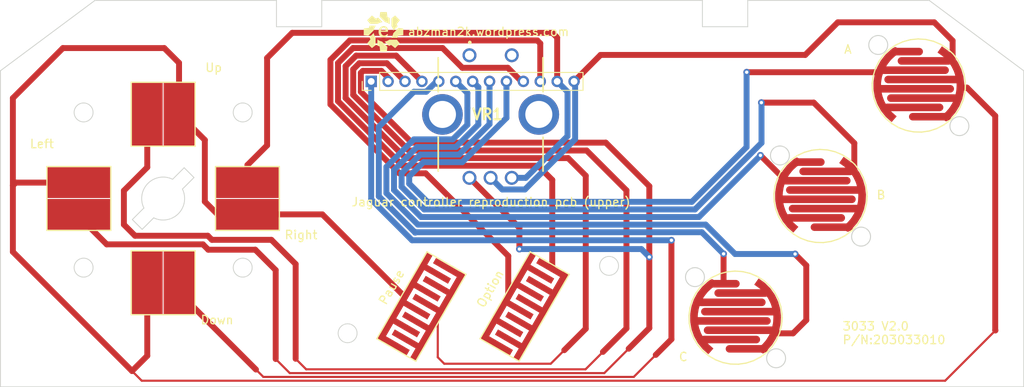
<source format=kicad_pcb>
(kicad_pcb (version 20211014) (generator pcbnew)
  (layers (0 "F.Cu" signal) (31 "B.Cu" signal) (34 "B.Paste" user) (35 "F.Paste" user) (36 "B.SilkS" user "B.Silkscreen") (37 "F.SilkS" user "F.Silkscreen") (38 "B.Mask" user) (39 "F.Mask" user) (44 "Edge.Cuts" user))
  (net 0 "")
  (net 1 "/encoderA")
  (net 2 "/encoderB")
  (net 3 "Net-(J1-Pad3)")
  (net 4 "Net-(J1-Pad1)")
  (net 5 "/encoderC")
  (net 6 "Net-(J1-Pad4)")
  (net 7 "Net-(J1-Pad11)")
  (net 8 "Net-(J1-Pad10)")
  (net 9 "Net-(J1-Pad5)")
  (net 10 "Net-(J1-Pad6)")
  (net 11 "Net-(J1-Pad7)")
  (net 12 "Net-(J1-Pad8)")
  (net 13 "Net-(J1-Pad9)")
  (footprint "Evan's misc parts:jaguar abc" (layer "F.Cu") (at 86.96 37.53)
    (fp_text reference "SW7" hide)
    (fp_text value "C" (at -6.188 4.634) (layer "F.SilkS"))
    (fp_circle (center 4.8 4.8) (end 5.92 4.8) (layer "Edge.Cuts") (width 0.12) (fill none))
    (fp_circle (center -4.8 -4.8) (end -3.68 -4.8) (layer "Edge.Cuts") (width 0.12) (fill none))
    (pad "1" smd oval (at -0.638897 2.585) (size 7.082827 0.9) (layers "F.Cu" "F.Mask") (net 9 "Net-(J1-Pad5)"))
    (pad "1" smd rect (at -4.284323 2.408692 209.3451645) (size 0.9 0.9) (layers "F.Cu" "F.Mask") (net 9 "Net-(J1-Pad5)"))
    (pad "1" smd rect (at -4.838502 0.863783 190.1219766) (size 0.9 0.9) (layers "F.Cu" "F.Mask") (net 9 "Net-(J1-Pad5)"))
    (pad "1" smd oval (at -0.505867 -1.815) (size 8.123471 0.9) (layers "F.Cu" "F.Mask") (net 9 "Net-(J1-Pad5)"))
    (pad "1" smd roundrect (at -2.83496 -4.014999 125.225) (size 0.9 0.9) (layers "F.Cu" "F.Mask") (net 9 "Net-(J1-Pad5)"))
    (pad "1" smd rect (at -3.252383 3.685 228.5683524) (size 0.9 0.9) (layers "F.Cu" "F.Mask") (net 9 "Net-(J1-Pad5)"))
    (pad "1" smd rect (at -3.87645 -3.021647 142.0640068) (size 0.9 0.9) (layers "F.Cu" "F.Mask") (net 9 "Net-(J1-Pad5)"))
    (pad "1" smd oval (at -0.368206 0.385) (size 9.063382 0.9) (layers "F.Cu" "F.Mask") (net 9 "Net-(J1-Pad5)"))
    (pad "1" smd rect (at -4.326553 -2.331986 151.6756008) (size 0.9 0.9) (layers "F.Cu" "F.Mask") (net 9 "Net-(J1-Pad5)"))
    (pad "1" smd oval (at -1.41748 -4.015) (size 3.81 0.9) (layers "F.Cu" "F.Mask") (net 9 "Net-(J1-Pad5)"))
    (pad "1" smd rect (at -3.317515 -3.626474 132.4524129) (size 0.9 0.9) (layers "F.Cu" "F.Mask") (net 9 "Net-(J1-Pad5)"))
    (pad "1" smd rect (at -3.822005 3.090226 218.9567585) (size 0.9 0.9) (layers "F.Cu" "F.Mask") (net 9 "Net-(J1-Pad5)"))
    (pad "1" smd rect (at -4.626356 1.659534 199.7335705) (size 0.9 0.9) (layers "F.Cu" "F.Mask") (net 9 "Net-(J1-Pad5)"))
    (pad "1" smd rect (at -4.853122 -0.777449 170.8987887) (size 0.9 0.9) (layers "F.Cu" "F.Mask") (net 9 "Net-(J1-Pad5)"))
    (pad "1" smd rect (at -4.655186 -1.576853 161.2871947) (size 0.9 0.9) (layers "F.Cu" "F.Mask") (net 9 "Net-(J1-Pad5)"))
    (pad "1" smd rect (at -4.914804 0.043781 180.5103826) (size 0.9 0.9) (layers "F.Cu" "F.Mask") (net 9 "Net-(J1-Pad5)"))
    (pad "2" smd rect (at 2.83496 -4.015 54.77438172) (size 0.9 0.9) (layers "F.Cu" "F.Mask") (net 10 "Net-(J1-Pad6)"))
    (pad "2" smd rect (at 4.908726 0.248251 357.104818) (size 0.9 0.9) (layers "F.Cu" "F.Mask") (net 10 "Net-(J1-Pad6)"))
    (pad "2" smd rect (at 4.419841 -2.149936 25.93959986) (size 0.9 0.9) (layers "F.Cu" "F.Mask") (net 10 "Net-(J1-Pad6)"))
    (pad "2" smd rect (at 3.998825 -2.857729 35.55119382) (size 0.9 0.9) (layers "F.Cu" "F.Mask") (net 10 "Net-(J1-Pad6)"))
    (pad "2" smd rect (at 4.180385 2.584879 328.2700361) (size 0.9 0.9) (layers "F.Cu" "F.Mask") (net 10 "Net-(J1-Pad6)"))
    (pad "2" smd oval (at 1.334815 3.685) (size 4.997485 0.888414) (layers "F.Cu" "F.Mask") (net 10 "Net-(J1-Pad6)"))
    (pad "2" smd rect (at 4.716768 -1.381782 16.32800591) (size 0.9 0.9) (layers "F.Cu" "F.Mask") (net 10 "Net-(J1-Pad6)"))
    (pad "2" smd rect (at 4.798369 1.064368 347.493224) (size 0.9 0.9) (layers "F.Cu" "F.Mask") (net 10 "Net-(J1-Pad6)"))
    (pad "2" smd oval (at 0.465842 1.485) (size 8.438907 0.9) (layers "F.Cu" "F.Mask") (net 10 "Net-(J1-Pad6)"))
    (pad "2" smd roundrect (at 3.252383 3.685 311.431) (size 0.9 0.9) (layers "F.Cu" "F.Mask") (net 10 "Net-(J1-Pad6)"))
    (pad "2" smd rect (at 3.690109 3.246585 318.6584422) (size 0.9 0.9) (layers "F.Cu" "F.Mask") (net 10 "Net-(J1-Pad6)"))
    (pad "2" smd rect (at 4.553295 1.850602 337.8816301) (size 0.9 0.9) (layers "F.Cu" "F.Mask") (net 10 "Net-(J1-Pad6)"))
    (pad "2" smd rect (at 3.465541 -3.48529 45.16278777) (size 0.9 0.9) (layers "F.Cu" "F.Mask") (net 10 "Net-(J1-Pad6)"))
    (pad "2" smd oval (at 0.39327 -0.715) (size 8.938889 0.9) (layers "F.Cu" "F.Mask") (net 10 "Net-(J1-Pad6)"))
    (pad "2" smd rect (at 4.881269 -0.574834 6.716411956) (size 0.9 0.9) (layers "F.Cu" "F.Mask") (net 10 "Net-(J1-Pad6)"))
    (pad "2" smd oval (at 0.728315 -2.915) (size 6.457911 0.9) (layers "F.Cu" "F.Mask") (net 10 "Net-(J1-Pad6)"))
  )
  (footprint "Evan's misc parts:PEC11R-4XXXK-SXXXX" (layer "F.Cu") (at 57.9882 13.4874)
    (fp_text reference "VR1" (at -0.382 -0.008) (layer "F.SilkS") (effects (font (size 1.27 1.27) (thickness 0.254))))
    (fp_text value "PEC11R-4020K-S0024" hide)
    (pad "1" thru_hole circle (at -2.5 -7) (size 1.65 1.65) (drill 1.1) (layers *.Cu *.Mask))
    (pad "2" thru_hole circle (at 2.5 -7) (size 1.65 1.65) (drill 1.1) (layers *.Cu *.Mask))
    (pad "3" thru_hole circle (at -2.5 7.5) (size 1.65 1.65) (drill 1.1) (layers *.Cu *.Mask) (net 1 "/encoderA"))
    (pad "4" thru_hole circle (at 2.5 7.5) (size 1.65 1.65) (drill 1.1) (layers *.Cu *.Mask) (net 2 "/encoderB"))
    (pad "5" thru_hole circle (at 0 7.5) (size 1.65 1.65) (drill 1.1) (layers *.Cu *.Mask) (net 5 "/encoderC"))
    (pad "6" thru_hole circle (at -5.7 0) (size 4.8 4.8) (drill 3.2) (layers *.Cu *.Mask))
    (pad "7" thru_hole circle (at 5.7 0) (size 4.8 4.8) (drill 3.2) (layers *.Cu *.Mask))
  )
  (footprint "Evan's misc parts:jaguar dpad" (layer "F.Cu") (at 19.25 33.4)
    (fp_text reference "SW3" hide)
    (fp_text value "Down" (at 6.3786 4.3952) (layer "F.SilkS"))
    (pad "1" smd rect (at -1.88 0) (size 3.65 7.41) (layers "F.Cu" "F.Mask") (net 5 "/encoderC"))
    (pad "2" smd rect (at 1.88 0) (size 3.65 7.41) (layers "F.Cu" "F.Mask") (net 4 "Net-(J1-Pad1)"))
  )
  (footprint "Evan's misc parts:jaguar keypad button" (layer "F.Cu") (at 49.8 36.21 -30)
    (fp_text reference "SW5" hide)
    (fp_text value "Pause" (at -4.199949 -0.232124 240) (layer "F.SilkS"))
    (pad "1" smd rect (at -0.61 -1.82 150) (size 3.97 0.72) (layers "F.Cu" "F.Mask") (net 5 "/encoderC"))
    (pad "1" smd rect (at -2.235 0 150) (size 0.72 11.72) (layers "F.Cu" "F.Mask") (net 5 "/encoderC"))
    (pad "1" smd rect (at -0.61 -4.26 150) (size 3.97 0.72) (layers "F.Cu" "F.Mask") (net 5 "/encoderC"))
    (pad "1" smd rect (at -0.61 0.62 150) (size 3.97 0.72) (layers "F.Cu" "F.Mask") (net 5 "/encoderC"))
    (pad "1" smd rect (at -0.61 5.5 150) (size 3.97 0.72) (layers "F.Cu" "F.Mask") (net 5 "/encoderC"))
    (pad "1" smd rect (at -0.61 3.06 150) (size 3.97 0.72) (layers "F.Cu" "F.Mask") (net 5 "/encoderC"))
    (pad "2" smd rect (at 0.61 4.28 150) (size 3.97 0.72) (layers "F.Cu" "F.Mask") (net 6 "Net-(J1-Pad4)"))
    (pad "2" smd rect (at 0.61 -0.6 150) (size 3.97 0.72) (layers "F.Cu" "F.Mask") (net 6 "Net-(J1-Pad4)"))
    (pad "2" smd rect (at 0.61 1.84 150) (size 3.97 0.72) (layers "F.Cu" "F.Mask") (net 6 "Net-(J1-Pad4)"))
    (pad "2" smd rect (at 2.235 0 150) (size 0.72 11.72) (layers "F.Cu" "F.Mask") (net 6 "Net-(J1-Pad4)"))
    (pad "2" smd rect (at 0.61 -3.04 150) (size 3.97 0.72) (layers "F.Cu" "F.Mask") (net 6 "Net-(J1-Pad4)"))
    (pad "2" smd rect (at 0.61 -5.48 150) (size 3.97 0.72) (layers "F.Cu" "F.Mask") (net 6 "Net-(J1-Pad4)"))
  )
  (footprint "Evan's misc parts:jaguar abc" (layer "F.Cu") (at 108.64 10.07)
    (fp_text reference "SW9" hide)
    (fp_text value "A" (at -8.3862 -4.2788) (layer "F.SilkS"))
    (fp_circle (center -4.8 -4.8) (end -3.68 -4.8) (layer "Edge.Cuts") (width 0.12) (fill none))
    (fp_circle (center 4.8 4.8) (end 5.92 4.8) (layer "Edge.Cuts") (width 0.12) (fill none))
    (pad "1" smd rect (at -4.914804 0.043781 180.5103826) (size 0.9 0.9) (layers "F.Cu" "F.Mask") (net 13 "Net-(J1-Pad9)"))
    (pad "1" smd rect (at -4.284323 2.408692 209.3451645) (size 0.9 0.9) (layers "F.Cu" "F.Mask") (net 13 "Net-(J1-Pad9)"))
    (pad "1" smd rect (at -4.655186 -1.576853 161.2871947) (size 0.9 0.9) (layers "F.Cu" "F.Mask") (net 13 "Net-(J1-Pad9)"))
    (pad "1" smd oval (at -0.638897 2.585) (size 7.082827 0.9) (layers "F.Cu" "F.Mask") (net 13 "Net-(J1-Pad9)"))
    (pad "1" smd rect (at -3.252383 3.685 228.5683524) (size 0.9 0.9) (layers "F.Cu" "F.Mask") (net 13 "Net-(J1-Pad9)"))
    (pad "1" smd rect (at -3.87645 -3.021647 142.0640068) (size 0.9 0.9) (layers "F.Cu" "F.Mask") (net 13 "Net-(J1-Pad9)"))
    (pad "1" smd oval (at -1.41748 -4.015) (size 3.81 0.9) (layers "F.Cu" "F.Mask") (net 13 "Net-(J1-Pad9)"))
    (pad "1" smd rect (at -4.326553 -2.331986 151.6756008) (size 0.9 0.9) (layers "F.Cu" "F.Mask") (net 13 "Net-(J1-Pad9)"))
    (pad "1" smd rect (at -4.853122 -0.777449 170.8987887) (size 0.9 0.9) (layers "F.Cu" "F.Mask") (net 13 "Net-(J1-Pad9)"))
    (pad "1" smd rect (at -3.317515 -3.626474 132.4524129) (size 0.9 0.9) (layers "F.Cu" "F.Mask") (net 13 "Net-(J1-Pad9)"))
    (pad "1" smd oval (at -0.505867 -1.815) (size 8.123471 0.9) (layers "F.Cu" "F.Mask") (net 13 "Net-(J1-Pad9)"))
    (pad "1" smd rect (at -4.626356 1.659534 199.7335705) (size 0.9 0.9) (layers "F.Cu" "F.Mask") (net 13 "Net-(J1-Pad9)"))
    (pad "1" smd oval (at -0.368206 0.385) (size 9.063382 0.9) (layers "F.Cu" "F.Mask") (net 13 "Net-(J1-Pad9)"))
    (pad "1" smd rect (at -3.822005 3.090226 218.9567585) (size 0.9 0.9) (layers "F.Cu" "F.Mask") (net 13 "Net-(J1-Pad9)"))
    (pad "1" smd rect (at -4.838502 0.863783 190.1219766) (size 0.9 0.9) (layers "F.Cu" "F.Mask") (net 13 "Net-(J1-Pad9)"))
    (pad "1" smd roundrect (at -2.83496 -4.014999 125.225) (size 0.9 0.9) (layers "F.Cu" "F.Mask") (net 13 "Net-(J1-Pad9)"))
    (pad "2" smd oval (at 0.728315 -2.915) (size 6.457911 0.9) (layers "F.Cu" "F.Mask") (net 5 "/encoderC"))
    (pad "2" smd rect (at 4.716768 -1.381782 16.32800591) (size 0.9 0.9) (layers "F.Cu" "F.Mask") (net 5 "/encoderC"))
    (pad "2" smd rect (at 2.83496 -4.015 54.77438172) (size 0.9 0.9) (layers "F.Cu" "F.Mask") (net 5 "/encoderC"))
    (pad "2" smd rect (at 4.881269 -0.574834 6.716411956) (size 0.9 0.9) (layers "F.Cu" "F.Mask") (net 5 "/encoderC"))
    (pad "2" smd rect (at 3.690109 3.246585 318.6584422) (size 0.9 0.9) (layers "F.Cu" "F.Mask") (net 5 "/encoderC"))
    (pad "2" smd rect (at 4.553295 1.850602 337.8816301) (size 0.9 0.9) (layers "F.Cu" "F.Mask") (net 5 "/encoderC"))
    (pad "2" smd rect (at 4.798369 1.064368 347.493224) (size 0.9 0.9) (layers "F.Cu" "F.Mask") (net 5 "/encoderC"))
    (pad "2" smd oval (at 0.465842 1.485) (size 8.438907 0.9) (layers "F.Cu" "F.Mask") (net 5 "/encoderC"))
    (pad "2" smd rect (at 4.419841 -2.149936 25.93959986) (size 0.9 0.9) (layers "F.Cu" "F.Mask") (net 5 "/encoderC"))
    (pad "2" smd rect (at 4.908726 0.248251 357.104818) (size 0.9 0.9) (layers "F.Cu" "F.Mask") (net 5 "/encoderC"))
    (pad "2" smd oval (at 1.334815 3.685) (size 4.997485 0.888414) (layers "F.Cu" "F.Mask") (net 5 "/encoderC"))
    (pad "2" smd oval (at 0.39327 -0.715) (size 8.938889 0.9) (layers "F.Cu" "F.Mask") (net 5 "/encoderC"))
    (pad "2" smd rect (at 3.465541 -3.48529 45.16278777) (size 0.9 0.9) (layers "F.Cu" "F.Mask") (net 5 "/encoderC"))
    (pad "2" smd rect (at 4.180385 2.584879 328.2700361) (size 0.9 0.9) (layers "F.Cu" "F.Mask") (net 5 "/encoderC"))
    (pad "2" smd rect (at 3.998825 -2.857729 35.55119382) (size 0.9 0.9) (layers "F.Cu" "F.Mask") (net 5 "/encoderC"))
    (pad "2" smd roundrect (at 3.252383 3.685 311.431) (size 0.9 0.9) (layers "F.Cu" "F.Mask") (net 5 "/encoderC"))
  )
  (footprint "Evan's misc parts:jaguar keypad button" (layer "F.Cu") (at 62.01 36.21 -30)
    (fp_text reference "SW6" hide)
    (fp_text value "Option" (at -4.573627 0.206245 240) (layer "F.SilkS"))
    (pad "1" smd rect (at -0.61 5.5 150) (size 3.97 0.72) (layers "F.Cu" "F.Mask") (net 7 "Net-(J1-Pad11)"))
    (pad "1" smd rect (at -2.235 0 150) (size 0.72 11.72) (layers "F.Cu" "F.Mask") (net 7 "Net-(J1-Pad11)"))
    (pad "1" smd rect (at -0.61 -4.26 150) (size 3.97 0.72) (layers "F.Cu" "F.Mask") (net 7 "Net-(J1-Pad11)"))
    (pad "1" smd rect (at -0.61 3.06 150) (size 3.97 0.72) (layers "F.Cu" "F.Mask") (net 7 "Net-(J1-Pad11)"))
    (pad "1" smd rect (at -0.61 -1.82 150) (size 3.97 0.72) (layers "F.Cu" "F.Mask") (net 7 "Net-(J1-Pad11)"))
    (pad "1" smd rect (at -0.61 0.62 150) (size 3.97 0.72) (layers "F.Cu" "F.Mask") (net 7 "Net-(J1-Pad11)"))
    (pad "2" smd rect (at 0.61 -0.6 150) (size 3.97 0.72) (layers "F.Cu" "F.Mask") (net 8 "Net-(J1-Pad10)"))
    (pad "2" smd rect (at 0.61 -5.48 150) (size 3.97 0.72) (layers "F.Cu" "F.Mask") (net 8 "Net-(J1-Pad10)"))
    (pad "2" smd rect (at 0.61 1.84 150) (size 3.97 0.72) (layers "F.Cu" "F.Mask") (net 8 "Net-(J1-Pad10)"))
    (pad "2" smd rect (at 0.61 4.28 150) (size 3.97 0.72) (layers "F.Cu" "F.Mask") (net 8 "Net-(J1-Pad10)"))
    (pad "2" smd rect (at 0.61 -3.04 150) (size 3.97 0.72) (layers "F.Cu" "F.Mask") (net 8 "Net-(J1-Pad10)"))
    (pad "2" smd rect (at 2.235 0 150) (size 0.72 11.72) (layers "F.Cu" "F.Mask") (net 8 "Net-(J1-Pad10)"))
  )
  (footprint "Evan's misc parts:jaguar dpad" (layer "F.Cu") (at 9.28 23.43 -90)
    (fp_text reference "SW1" hide)
    (fp_text value "Left" (at -6.4628 4.3778 180) (layer "F.SilkS"))
    (pad "1" smd rect (at -1.88 0 270) (size 3.65 7.41) (layers "F.Cu" "F.Mask") (net 5 "/encoderC"))
    (pad "2" smd rect (at 1.88 0 270) (size 3.65 7.41) (layers "F.Cu" "F.Mask") (net 1 "/encoderA"))
  )
  (footprint "Evan's misc parts:jaguar dpad" (layer "F.Cu") (at 19.25 13.46)
    (fp_text reference "SW2" hide)
    (fp_text value "Up" (at 5.9722 -5.5098) (layer "F.SilkS"))
    (pad "1" smd rect (at -1.88 0) (size 3.65 7.41) (layers "F.Cu" "F.Mask") (net 3 "Net-(J1-Pad3)"))
    (pad "2" smd rect (at 1.88 0) (size 3.65 7.41) (layers "F.Cu" "F.Mask") (net 5 "/encoderC"))
  )
  (footprint "Evan's misc parts:jaguar dpad" (layer "F.Cu") (at 29.22 23.43 90)
    (fp_text reference "SW4" hide)
    (fp_text value "Right" (at -4.3068 6.34 180) (layer "F.SilkS"))
    (pad "1" smd rect (at -1.88 0 90) (size 3.65 7.41) (layers "F.Cu" "F.Mask") (net 5 "/encoderC"))
    (pad "2" smd rect (at 1.88 0 90) (size 3.65 7.41) (layers "F.Cu" "F.Mask") (net 2 "/encoderB"))
  )
  (footprint "Evan's misc parts:jaguar abc" (layer "F.Cu") (at 97.01 23.14)
    (fp_text reference "SW8" hide)
    (fp_text value "B" (at 7.1554 -0.1276) (layer "F.SilkS"))
    (fp_circle (center 4.8 4.8) (end 5.92 4.8) (layer "Edge.Cuts") (width 0.12) (fill none))
    (fp_circle (center -4.8 -4.8) (end -3.68 -4.8) (layer "Edge.Cuts") (width 0.12) (fill none))
    (pad "1" smd rect (at -4.914804 0.043781 180.5103826) (size 0.9 0.9) (layers "F.Cu" "F.Mask") (net 11 "Net-(J1-Pad7)"))
    (pad "1" smd oval (at -0.638897 2.585) (size 7.082827 0.9) (layers "F.Cu" "F.Mask") (net 11 "Net-(J1-Pad7)"))
    (pad "1" smd rect (at -3.252383 3.685 228.5683524) (size 0.9 0.9) (layers "F.Cu" "F.Mask") (net 11 "Net-(J1-Pad7)"))
    (pad "1" smd rect (at -4.655186 -1.576853 161.2871947) (size 0.9 0.9) (layers "F.Cu" "F.Mask") (net 11 "Net-(J1-Pad7)"))
    (pad "1" smd rect (at -4.838502 0.863783 190.1219766) (size 0.9 0.9) (layers "F.Cu" "F.Mask") (net 11 "Net-(J1-Pad7)"))
    (pad "1" smd rect (at -3.317515 -3.626474 132.4524129) (size 0.9 0.9) (layers "F.Cu" "F.Mask") (net 11 "Net-(J1-Pad7)"))
    (pad "1" smd rect (at -3.87645 -3.021647 142.0640068) (size 0.9 0.9) (layers "F.Cu" "F.Mask") (net 11 "Net-(J1-Pad7)"))
    (pad "1" smd oval (at -0.505867 -1.815) (size 8.123471 0.9) (layers "F.Cu" "F.Mask") (net 11 "Net-(J1-Pad7)"))
    (pad "1" smd rect (at -3.822005 3.090226 218.9567585) (size 0.9 0.9) (layers "F.Cu" "F.Mask") (net 11 "Net-(J1-Pad7)"))
    (pad "1" smd rect (at -4.326553 -2.331986 151.6756008) (size 0.9 0.9) (layers "F.Cu" "F.Mask") (net 11 "Net-(J1-Pad7)"))
    (pad "1" smd rect (at -4.284323 2.408692 209.3451645) (size 0.9 0.9) (layers "F.Cu" "F.Mask") (net 11 "Net-(J1-Pad7)"))
    (pad "1" smd oval (at -1.41748 -4.015) (size 3.81 0.9) (layers "F.Cu" "F.Mask") (net 11 "Net-(J1-Pad7)"))
    (pad "1" smd roundrect (at -2.83496 -4.014999 125.225) (size 0.9 0.9) (layers "F.Cu" "F.Mask") (net 11 "Net-(J1-Pad7)"))
    (pad "1" smd rect (at -4.626356 1.659534 199.7335705) (size 0.9 0.9) (layers "F.Cu" "F.Mask") (net 11 "Net-(J1-Pad7)"))
    (pad "1" smd rect (at -4.853122 -0.777449 170.8987887) (size 0.9 0.9) (layers "F.Cu" "F.Mask") (net 11 "Net-(J1-Pad7)"))
    (pad "1" smd oval (at -0.368206 0.385) (size 9.063382 0.9) (layers "F.Cu" "F.Mask") (net 11 "Net-(J1-Pad7)"))
    (pad "2" smd rect (at 3.690109 3.246585 318.6584422) (size 0.9 0.9) (layers "F.Cu" "F.Mask") (net 12 "Net-(J1-Pad8)"))
    (pad "2" smd rect (at 4.716768 -1.381782 16.32800591) (size 0.9 0.9) (layers "F.Cu" "F.Mask") (net 12 "Net-(J1-Pad8)"))
    (pad "2" smd rect (at 4.553295 1.850602 337.8816301) (size 0.9 0.9) (layers "F.Cu" "F.Mask") (net 12 "Net-(J1-Pad8)"))
    (pad "2" smd rect (at 3.998825 -2.857729 35.55119382) (size 0.9 0.9) (layers "F.Cu" "F.Mask") (net 12 "Net-(J1-Pad8)"))
    (pad "2" smd oval (at 1.334815 3.685) (size 4.997485 0.888414) (layers "F.Cu" "F.Mask") (net 12 "Net-(J1-Pad8)"))
    (pad "2" smd roundrect (at 3.252383 3.685 311.431) (size 0.9 0.9) (layers "F.Cu" "F.Mask") (net 12 "Net-(J1-Pad8)"))
    (pad "2" smd rect (at 4.180385 2.584879 328.2700361) (size 0.9 0.9) (layers "F.Cu" "F.Mask") (net 12 "Net-(J1-Pad8)"))
    (pad "2" smd oval (at 0.465842 1.485) (size 8.438907 0.9) (layers "F.Cu" "F.Mask") (net 12 "Net-(J1-Pad8)"))
    (pad "2" smd rect (at 3.465541 -3.48529 45.16278777) (size 0.9 0.9) (layers "F.Cu" "F.Mask") (net 12 "Net-(J1-Pad8)"))
    (pad "2" smd rect (at 4.881269 -0.574834 6.716411956) (size 0.9 0.9) (layers "F.Cu" "F.Mask") (net 12 "Net-(J1-Pad8)"))
    (pad "2" smd oval (at 0.39327 -0.715) (size 8.938889 0.9) (layers "F.Cu" "F.Mask") (net 12 "Net-(J1-Pad8)"))
    (pad "2" smd rect (at 4.908726 0.248251 357.104818) (size 0.9 0.9) (layers "F.Cu" "F.Mask") (net 12 "Net-(J1-Pad8)"))
    (pad "2" smd rect (at 4.798369 1.064368 347.493224) (size 0.9 0.9) (layers "F.Cu" "F.Mask") (net 12 "Net-(J1-Pad8)"))
    (pad "2" smd rect (at 4.419841 -2.149936 25.93959986) (size 0.9 0.9) (layers "F.Cu" "F.Mask") (net 12 "Net-(J1-Pad8)"))
    (pad "2" smd oval (at 0.728315 -2.915) (size 6.457911 0.9) (layers "F.Cu" "F.Mask") (net 12 "Net-(J1-Pad8)"))
    (pad "2" smd rect (at 2.83496 -4.015 54.77438172) (size 0.9 0.9) (layers "F.Cu" "F.Mask") (net 12 "Net-(J1-Pad8)"))
  )
  (footprint "Evan's misc parts:Evan Logo" (layer "F.Cu") (at 45.3136 3.7084)
    (fp_text reference "G***" hide)
    (fp_text value "LOGO" hide)
  )
  (footprint "Connector_PinHeader_2.00mm:PinHeader_1x13_P2.00mm_Vertical" (layer "F.Cu") (at 43.86 9.58 90)
    (fp_text reference "J1" hide)
    (fp_text value "Conn_01x13")
    (pad "1" thru_hole rect locked (at 0 0 90) (size 1.35 1.35) (drill 0.8) (layers *.Cu *.Mask) (net 4 "Net-(J1-Pad1)"))
    (pad "2" thru_hole oval locked (at 0 2 90) (size 1.35 1.35) (drill 0.8) (layers *.Cu *.Mask) (net 1 "/encoderA"))
    (pad "3" thru_hole oval locked (at 0 4 90) (size 1.35 1.35) (drill 0.8) (layers *.Cu *.Mask) (net 3 "Net-(J1-Pad3)"))
    (pad "4" thru_hole oval locked (at 0 6 90) (size 1.35 1.35) (drill 0.8) (layers *.Cu *.Mask) (net 6 "Net-(J1-Pad4)"))
    (pad "5" thru_hole oval locked (at 0 8 90) (size 1.35 1.35) (drill 0.8) (layers *.Cu *.Mask) (net 9 "Net-(J1-Pad5)"))
    (pad "6" thru_hole oval locked (at 0 10 90) (size 1.35 1.35) (drill 0.8) (layers *.Cu *.Mask) (net 10 "Net-(J1-Pad6)"))
    (pad "7" thru_hole oval locked (at 0 12 90) (size 1.35 1.35) (drill 0.8) (layers *.Cu *.Mask) (net 11 "Net-(J1-Pad7)"))
    (pad "8" thru_hole oval locked (at 0 14 90) (size 1.35 1.35) (drill 0.8) (layers *.Cu *.Mask) (net 12 "Net-(J1-Pad8)"))
    (pad "9" thru_hole oval locked (at 0 16 90) (size 1.35 1.35) (drill 0.8) (layers *.Cu *.Mask) (net 13 "Net-(J1-Pad9)"))
    (pad "10" thru_hole oval locked (at 0 18 90) (size 1.35 1.35) (drill 0.8) (layers *.Cu *.Mask) (net 8 "Net-(J1-Pad10)"))
    (pad "11" thru_hole oval locked (at 0 20 90) (size 1.35 1.35) (drill 0.8) (layers *.Cu *.Mask) (net 7 "Net-(J1-Pad11)"))
    (pad "12" thru_hole oval locked (at 0 22 90) (size 1.35 1.35) (drill 0.8) (layers *.Cu *.Mask) (net 2 "/encoderB"))
    (pad "13" thru_hole oval locked (at 0 24 90) (size 1.35 1.35) (drill 0.8) (layers *.Cu *.Mask) (net 5 "/encoderC"))
  )
  (gr_line (start 83.04 0) (end 38.01 0) (layer "Edge.Cuts") (width 0.1))
  (gr_line (start 20.370057 21.157288) (end 21.73548 19.791865) (layer "Edge.Cuts") (width 0.1))
  (gr_circle (center 9.84 13.25) (end 10.96 13.25) (layer "Edge.Cuts") (width 0.1) (fill none))
  (gr_circle (center 9.84 31.61) (end 10.96 31.61) (layer "Edge.Cuts") (width 0.1) (fill none))
  (gr_line (start 88.4 3.11) (end 83.04 3.11) (layer "Edge.Cuts") (width 0.1))
  (gr_line (start 83.04 3.11) (end 83.04 0) (layer "Edge.Cuts") (width 0.1))
  (gr_line (start 38.01 3.11) (end 38.01 0) (layer "Edge.Cuts") (width 0.1))
  (gr_circle (center 72 31.4) (end 73.12 31.4) (layer "Edge.Cuts") (width 0.1) (fill none))
  (gr_line (start 15.604865 25.92248) (end 16.970288 24.557057) (layer "Edge.Cuts") (width 0.1))
  (gr_circle (center 28.66 31.61) (end 29.78 31.61) (layer "Edge.Cuts") (width 0.1) (fill none))
  (gr_line (start 88.4 0) (end 109.87 0) (layer "Edge.Cuts") (width 0.1))
  (gr_line (start 22.895135 20.95152) (end 21.529712 22.316943) (layer "Edge.Cuts") (width 0.1))
  (gr_line (start 32.65 0) (end 11.18 0) (layer "Edge.Cuts") (width 0.1))
  (gr_line (start 32.65 0) (end 32.65 3.11) (layer "Edge.Cuts") (width 0.1))
  (gr_arc (start 21.529712 22.316943) (mid 21.045703 25.232703) (end 18.129943 25.716712) (layer "Edge.Cuts") (width 0.1))
  (gr_arc (start 16.970288 24.557057) (mid 17.454297 21.641297) (end 20.370057 21.157288) (layer "Edge.Cuts") (width 0.1))
  (gr_line (start 109.87 0) (end 121.05 8.32) (layer "Edge.Cuts") (width 0.1))
  (gr_line (start 11.18 0) (end 0 8.32) (layer "Edge.Cuts") (width 0.1))
  (gr_line (start 21.73548 19.791865) (end 22.895135 20.95152) (layer "Edge.Cuts") (width 0.1))
  (gr_line (start 32.65 3.11) (end 38.01 3.11) (layer "Edge.Cuts") (width 0.1))
  (gr_line (start 16.76452 27.082135) (end 15.604865 25.92248) (layer "Edge.Cuts") (width 0.1))
  (gr_circle (center 28.66 13.25) (end 29.78 13.25) (layer "Edge.Cuts") (width 0.1) (fill none))
  (gr_circle (center 41.07 39.37) (end 42.19 39.37) (layer "Edge.Cuts") (width 0.1) (fill none))
  (gr_line (start 88.4 0) (end 88.4 3.11) (layer "Edge.Cuts") (width 0.1))
  (gr_line (start 18.129943 25.716712) (end 16.76452 27.082135) (layer "Edge.Cuts") (width 0.1))
  (gr_line (start 0 45.71) (end 121.05 45.71) (layer "Edge.Cuts") (width 0.1))
  (gr_line (start 0 8.32) (end 0 45.71) (layer "Edge.Cuts") (width 0.1))
  (gr_line (start 121.05 45.71) (end 121.05 8.32) (layer "Edge.Cuts") (width 0.1))
  (gr_text "Jaguar controller reproduction pcb (upper)" (at 58.039 23.8506) (layer "F.SilkS") (effects (font (size 1 1))))
  (gr_text "3033 V2.0\nP/N:203033010" (at 99.5426 39.3446) (layer "F.SilkS") (effects (font (size 1 1)) (justify left)))
  (gr_text "abzman2k.wordpress.com" (at 57.7342 3.7084) (layer "F.SilkS") (effects (font (size 1 1))))
  (segment (start 55.4882 20.9874) (end 61.3918 26.891) (width 0.7) (layer "F.Cu") (net 1))
  (segment (start 23.9522 28.8544) (end 24.5872 29.4894) (width 0.7) (layer "F.Cu") (net 1))
  (segment (start 32.5628 42.418) (end 34.23152 44.08672) (width 0.25) (layer "F.Cu") (net 1))
  (segment (start 74.3204 41.1988) (end 76.7588 38.7604) (width 0.7) (layer "F.Cu") (net 1))
  (segment (start 76.7588 38.7604) (end 76.7588 30.353) (width 0.7) (layer "F.Cu") (net 1))
  (segment (start 9.28 25.5614) (end 12.573 28.8544) (width 0.7) (layer "F.Cu") (net 1))
  (segment (start 42.635489 10.804511) (end 42.635489 8.570911) (width 0.7) (layer "F.Cu") (net 1))
  (segment (start 9.28 25.31) (end 9.28 25.5614) (width 0.7) (layer "F.Cu") (net 1))
  (segment (start 45.060222 8.3312) (end 45.86 9.130978) (width 0.7) (layer "F.Cu") (net 1))
  (segment (start 24.5872 29.4894) (end 30.1498 29.4894) (width 0.7) (layer "F.Cu") (net 1))
  (segment (start 71.611006 16.82532) (end 48.656298 16.82532) (width 0.7) (layer "F.Cu") (net 1))
  (segment (start 12.573 28.8544) (end 23.9522 28.8544) (width 0.7) (layer "F.Cu") (net 1))
  (segment (start 30.1498 29.4894) (end 32.5628 31.9024) (width 0.7) (layer "F.Cu") (net 1))
  (segment (start 42.8752 8.3312) (end 45.060222 8.3312) (width 0.7) (layer "F.Cu") (net 1))
  (segment (start 61.3918 26.891) (end 61.3918 29.4132) (width 0.7) (layer "F.Cu") (net 1))
  (segment (start 45.86 9.130978) (end 45.86 9.58) (width 0.7) (layer "F.Cu") (net 1))
  (segment (start 71.43248 44.08672) (end 74.3204 41.1988) (width 0.25) (layer "F.Cu") (net 1))
  (segment (start 76.7588 21.973114) (end 71.611006 16.82532) (width 0.7) (layer "F.Cu") (net 1))
  (segment (start 76.7588 30.353) (end 76.7588 21.973114) (width 0.7) (layer "F.Cu") (net 1))
  (segment (start 34.23152 44.08672) (end 71.43248 44.08672) (width 0.25) (layer "F.Cu") (net 1))
  (segment (start 48.656298 16.82532) (end 42.635489 10.804511) (width 0.7) (layer "F.Cu") (net 1))
  (segment (start 42.635489 8.570911) (end 42.8752 8.3312) (width 0.7) (layer "F.Cu") (net 1))
  (segment (start 32.5628 31.9024) (end 32.5628 42.418) (width 0.7) (layer "F.Cu") (net 1))
  (via (at 61.3918 29.4132) (size 0.8) (drill 0.4) (layers "F.Cu" "B.Cu") (net 1))
  (via (at 76.7588 30.353) (size 0.8) (drill 0.4) (layers "F.Cu" "B.Cu") (net 1))
  (segment (start 61.3918 29.4132) (end 75.819 29.4132) (width 0.7) (layer "B.Cu") (net 1))
  (segment (start 75.819 29.4132) (end 76.708 30.3022) (width 0.7) (layer "B.Cu") (net 1))
  (segment (start 31.5468 6.8072) (end 31.5468 17.145) (width 0.7) (layer "F.Cu") (net 2))
  (segment (start 29.22 19.4718) (end 29.22 21.55) (width 0.7) (layer "F.Cu") (net 2))
  (segment (start 34.5204 3.8336) (end 31.5468 6.8072) (width 0.7) (layer "F.Cu") (net 2))
  (segment (start 65.3016 3.8336) (end 34.5204 3.8336) (width 0.7) (layer "F.Cu") (net 2))
  (segment (start 65.86 9.58) (end 65.86 4.392) (width 0.7) (layer "F.Cu") (net 2))
  (segment (start 65.86 4.392) (end 65.3016 3.8336) (width 0.7) (layer "F.Cu") (net 2))
  (segment (start 31.5468 17.145) (end 29.22 19.4718) (width 0.7) (layer "F.Cu") (net 2))
  (segment (start 67.084511 16.049689) (end 62.1468 20.9874) (width 0.7) (layer "B.Cu") (net 2))
  (segment (start 62.1468 20.9874) (end 60.4882 20.9874) (width 0.7) (layer "B.Cu") (net 2))
  (segment (start 67.084511 10.804511) (end 67.084511 16.049689) (width 0.7) (layer "B.Cu") (net 2))
  (segment (start 65.86 9.58) (end 67.084511 10.804511) (width 0.7) (layer "B.Cu") (net 2))
  (segment (start 14.605 22.5044) (end 14.605 26.5176) (width 0.7) (layer "F.Cu") (net 3))
  (segment (start 42.45392 7.43168) (end 41.735969 8.149631) (width 0.7) (layer "F.Cu") (net 3))
  (segment (start 41.735969 11.177105) (end 48.313464 17.7546) (width 0.7) (layer "F.Cu") (net 3))
  (segment (start 48.313464 17.7546) (end 69.342 17.7546) (width 0.7) (layer "F.Cu") (net 3))
  (segment (start 24.5364 27.8384) (end 25.019 28.321) (width 0.7) (layer "F.Cu") (net 3))
  (segment (start 74.0537 22.4663) (end 74.0537 38.7985) (width 0.7) (layer "F.Cu") (net 3))
  (segment (start 32.0548 28.321) (end 34.925 31.1912) (width 0.7) (layer "F.Cu") (net 3))
  (segment (start 15.9258 27.8384) (end 24.5364 27.8384) (width 0.7) (layer "F.Cu") (net 3))
  (segment (start 74.0537 38.7985) (end 71.2724 41.5798) (width 0.7) (layer "F.Cu") (net 3))
  (segment (start 47.86 9.58) (end 45.71168 7.43168) (width 0.7) (layer "F.Cu") (net 3))
  (segment (start 36.1696 43.6372) (end 34.925 42.3926) (width 0.25) (layer "F.Cu") (net 3))
  (segment (start 71.2724 41.5798) (end 69.215 43.6372) (width 0.25) (layer "F.Cu") (net 3))
  (segment (start 14.605 26.5176) (end 15.9258 27.8384) (width 0.7) (layer "F.Cu") (net 3))
  (segment (start 17.37 19.7394) (end 14.605 22.5044) (width 0.7) (layer "F.Cu") (net 3))
  (segment (start 41.735969 8.149631) (end 41.735969 11.177105) (width 0.7) (layer "F.Cu") (net 3))
  (segment (start 17.37 13.46) (end 17.37 19.7394) (width 0.7) (layer "F.Cu") (net 3))
  (segment (start 34.925 31.1912) (end 34.925 42.3926) (width 0.7) (layer "F.Cu") (net 3))
  (segment (start 69.342 17.7546) (end 74.0537 22.4663) (width 0.7) (layer "F.Cu") (net 3))
  (segment (start 69.215 43.6372) (end 36.1696 43.6372) (width 0.25) (layer "F.Cu") (net 3))
  (segment (start 45.71168 7.43168) (end 42.45392 7.43168) (width 0.7) (layer "F.Cu") (net 3))
  (segment (start 25.019 28.321) (end 32.0548 28.321) (width 0.7) (layer "F.Cu") (net 3))
  (segment (start 21.13 33.4) (end 21.13 34.5666) (width 0.7) (layer "F.Cu") (net 4))
  (segment (start 74.91996 44.53624) (end 31.09964 44.53624) (width 0.25) (layer "F.Cu") (net 4))
  (segment (start 79.375 28.3718) (end 79.375 40.0812) (width 0.7) (layer "F.Cu") (net 4))
  (segment (start 21.13 34.5666) (end 30.226 43.6626) (width 0.7) (layer "F.Cu") (net 4))
  (segment (start 79.375 40.0812) (end 77.5208 41.9354) (width 0.7) (layer "F.Cu") (net 4))
  (segment (start 77.5208 41.9354) (end 74.91996 44.53624) (width 0.25) (layer "F.Cu") (net 4))
  (segment (start 31.09964 44.53624) (end 30.226 43.6626) (width 0.25) (layer "F.Cu") (net 4))
  (via (at 79.375 28.3718) (size 0.8) (drill 0.4) (layers "F.Cu" "B.Cu") (net 4))
  (segment (start 43.86 9.58) (end 43.86 13.0752) (width 0.7) (layer "B.Cu") (net 4))
  (segment (start 43.86 13.0752) (end 43.86 23.54) (width 0.7) (layer "B.Cu") (net 4))
  (segment (start 48.6918 28.3718) (end 79.375 28.3718) (width 0.7) (layer "B.Cu") (net 4))
  (segment (start 43.86 23.54) (end 48.6918 28.3718) (width 0.7) (layer "B.Cu") (net 4))
  (segment (start 29.22 25.31) (end 38.081933 25.31) (width 0.7) (layer "F.Cu") (net 5))
  (segment (start 95.2038 6.447) (end 99.06 2.5908) (width 0.7) (layer "F.Cu") (net 5))
  (segment (start 7.3914 5.6388) (end 1.4732 11.557) (width 0.7) (layer "F.Cu") (net 5))
  (segment (start 117.6782 13.652097) (end 114.344354 10.318251) (width 0.7) (layer "F.Cu") (net 5))
  (segment (start 21.13 13.46) (end 21.13 7.3886) (width 0.7) (layer "F.Cu") (net 5))
  (segment (start 38.081933 25.31) (end 47.864433 35.0925) (width 0.7) (layer "F.Cu") (net 5))
  (segment (start 17.37 42.0406) (end 15.5702 43.8404) (width 0.7) (layer "F.Cu") (net 5))
  (segment (start 112.638825 4.765025) (end 112.638825 7.212271) (width 0.7) (layer "F.Cu") (net 5))
  (segment (start 114.344354 10.318251) (end 113.548726 10.318251) (width 0.7) (layer "F.Cu") (net 5))
  (segment (start 19.3802 5.6388) (end 7.3914 5.6388) (width 0.7) (layer "F.Cu") (net 5))
  (segment (start 67.86 9.58) (end 70.993 6.447) (width 0.7) (layer "F.Cu") (net 5))
  (segment (start 24.1808 23.7998) (end 24.1808 16.5108) (width 0.7) (layer "F.Cu") (net 5))
  (segment (start 1.818 21.55) (end 1.4732 21.8948) (width 0.7) (layer "F.Cu") (net 5))
  (segment (start 111.75764 44.98576) (end 117.7036 39.0398) (width 0.25) (layer "F.Cu") (net 5))
  (segment (start 110.4646 2.5908) (end 112.638825 4.765025) (width 0.7) (layer "F.Cu") (net 5))
  (segment (start 15.5702 43.8404) (end 16.71556 44.98576) (width 0.25) (layer "F.Cu") (net 5))
  (segment (start 117.6782 39.0144) (end 117.6782 13.652097) (width 0.7) (layer "F.Cu") (net 5))
  (segment (start 1.4732 11.557) (end 1.4732 21.8948) (width 0.7) (layer "F.Cu") (net 5))
  (segment (start 29.22 25.31) (end 25.691 25.31) (width 0.7) (layer "F.Cu") (net 5))
  (segment (start 70.993 6.447) (end 95.2038 6.447) (width 0.7) (layer "F.Cu") (net 5))
  (segment (start 9.28 21.55) (end 1.818 21.55) (width 0.7) (layer "F.Cu") (net 5))
  (segment (start 99.06 2.5908) (end 110.4646 2.5908) (width 0.7) (layer "F.Cu") (net 5))
  (segment (start 17.37 33.4) (end 17.37 42.0406) (width 0.7) (layer "F.Cu") (net 5))
  (segment (start 117.7036 39.0398) (end 117.6782 39.0144) (width 0.7) (layer "F.Cu") (net 5))
  (segment (start 1.4732 21.8948) (end 1.4732 29.7434) (width 0.7) (layer "F.Cu") (net 5))
  (segment (start 24.1808 16.5108) (end 21.13 13.46) (width 0.7) (layer "F.Cu") (net 5))
  (segment (start 25.691 25.31) (end 24.1808 23.7998) (width 0.7) (layer "F.Cu") (net 5))
  (segment (start 16.71556 44.98576) (end 111.75764 44.98576) (width 0.25) (layer "F.Cu") (net 5))
  (segment (start 1.4732 29.7434) (end 15.5702 43.8404) (width 0.7) (layer "F.Cu") (net 5))
  (segment (start 21.13 7.3886) (end 19.3802 5.6388) (width 0.7) (layer "F.Cu") (net 5))
  (segment (start 62.044403 22.361911) (end 67.984031 16.422283) (width 0.7) (layer "B.Cu") (net 5))
  (segment (start 67.984031 16.422283) (end 67.984031 9.704031) (width 0.7) (layer "B.Cu") (net 5))
  (segment (start 57.9882 20.9874) (end 59.362711 22.361911) (width 0.7) (layer "B.Cu") (net 5))
  (segment (start 59.362711 22.361911) (end 62.044403 22.361911) (width 0.7) (layer "B.Cu") (net 5))
  (segment (start 67.984031 9.704031) (end 67.86 9.58) (width 0.7) (layer "B.Cu") (net 5))
  (segment (start 40.836449 7.777038) (end 40.836449 11.549699) (width 0.7) (layer "F.Cu") (net 6))
  (segment (start 51.735567 42.210567) (end 52.5018 42.9768) (width 0.25) (layer "F.Cu") (net 6))
  (segment (start 46.81216 6.53216) (end 42.081326 6.53216) (width 0.7) (layer "F.Cu") (net 6))
  (segment (start 51.735567 37.3275) (end 51.735567 42.210567) (width 0.25) (layer "F.Cu") (net 6))
  (segment (start 69.2404 38.8366) (end 66.7004 41.3766) (width 0.7) (layer "F.Cu") (net 6))
  (segment (start 52.5018 42.9768) (end 65.1002 42.9768) (width 0.25) (layer "F.Cu") (net 6))
  (segment (start 69.2404 20.73692) (end 69.2404 38.8366) (width 0.7) (layer "F.Cu") (net 6))
  (segment (start 40.836449 11.549699) (end 47.940871 18.65412) (width 0.7) (layer "F.Cu") (net 6))
  (segment (start 65.1002 42.9768) (end 66.7004 41.3766) (width 0.25) (layer "F.Cu") (net 6))
  (segment (start 67.1576 18.65412) (end 69.2404 20.73692) (width 0.7) (layer "F.Cu") (net 6))
  (segment (start 49.86 9.58) (end 46.81216 6.53216) (width 0.7) (layer "F.Cu") (net 6))
  (segment (start 42.081326 6.53216) (end 40.836449 7.777038) (width 0.7) (layer "F.Cu") (net 6))
  (segment (start 47.940871 18.65412) (end 67.1576 18.65412) (width 0.7) (layer "F.Cu") (net 6))
  (segment (start 47.195685 20.45316) (end 50.29816 20.45316) (width 0.7) (layer "F.Cu") (net 7))
  (segment (start 39.03741 7.031849) (end 39.03741 12.294886) (width 0.7) (layer "F.Cu") (net 7))
  (segment (start 50.29816 20.45316) (end 60.074433 30.229433) (width 0.7) (layer "F.Cu") (net 7))
  (segment (start 60.074433 30.229433) (end 60.074433 35.0925) (width 0.7) (layer "F.Cu") (net 7))
  (segment (start 39.03741 12.294886) (end 47.195685 20.45316) (width 0.7) (layer "F.Cu") (net 7))
  (segment (start 63.86 5.0844) (end 63.50872 4.73312) (width 0.7) (layer "F.Cu") (net 7))
  (segment (start 41.336139 4.73312) (end 39.03741 7.031849) (width 0.7) (layer "F.Cu") (net 7))
  (segment (start 63.50872 4.73312) (end 41.336139 4.73312) (width 0.7) (layer "F.Cu") (net 7))
  (segment (start 63.86 9.58) (end 63.86 5.0844) (width 0.7) (layer "F.Cu") (net 7))
  (segment (start 61.86 9.58) (end 61.636947 9.58) (width 0.7) (layer "F.Cu") (net 8))
  (segment (start 54.64156 7.96944) (end 52.30476 5.63264) (width 0.7) (layer "F.Cu") (net 8))
  (segment (start 47.568278 19.55364) (end 63.59724 19.55364) (width 0.7) (layer "F.Cu") (net 8))
  (segment (start 65.278275 21.234675) (end 65.278275 31.769181) (width 0.7) (layer "F.Cu") (net 8))
  (segment (start 60.026387 7.96944) (end 54.64156 7.96944) (width 0.7) (layer "F.Cu") (net 8))
  (segment (start 39.93693 11.922293) (end 47.568278 19.55364) (width 0.7) (layer "F.Cu") (net 8))
  (segment (start 63.59724 19.55364) (end 65.278275 21.234675) (width 0.7) (layer "F.Cu") (net 8))
  (segment (start 61.636947 9.58) (end 60.026387 7.96944) (width 0.7) (layer "F.Cu") (net 8))
  (segment (start 41.708732 5.632641) (end 39.93693 7.404443) (width 0.7) (layer "F.Cu") (net 8))
  (segment (start 52.30476 5.63264) (end 41.708732 5.632641) (width 0.7) (layer "F.Cu") (net 8))
  (segment (start 39.93693 7.404443) (end 39.93693 11.922293) (width 0.7) (layer "F.Cu") (net 8))
  (segment (start 85.54252 33.515) (end 85.54252 29.97668) (width 0.7) (layer "F.Cu") (net 9))
  (via (at 85.54252 29.97668) (size 0.8) (drill 0.4) (layers "F.Cu" "B.Cu") (net 9))
  (segment (start 44.75952 23.167406) (end 49.064394 27.47228) (width 0.7) (layer "B.Cu") (net 9))
  (segment (start 48.904511 10.804511) (end 48.155211 11.553811) (width 0.7) (layer "B.Cu") (net 9))
  (segment (start 49.114385 27.422289) (end 82.972089 27.422289) (width 0.7) (layer "B.Cu") (net 9))
  (segment (start 49.064394 27.47228) (end 49.114385 27.422289) (width 0.7) (layer "B.Cu") (net 9))
  (segment (start 44.75952 14.949502) (end 44.75952 23.167406) (width 0.7) (layer "B.Cu") (net 9))
  (segment (start 51.591721 9.58) (end 50.36721 10.804511) (width 0.7) (layer "B.Cu") (net 9))
  (segment (start 82.972089 27.422289) (end 85.5218 29.972) (width 0.7) (layer "B.Cu") (net 9))
  (segment (start 50.36721 10.804511) (end 48.904511 10.804511) (width 0.7) (layer "B.Cu") (net 9))
  (segment (start 51.86 9.58) (end 51.591721 9.58) (width 0.7) (layer "B.Cu") (net 9))
  (segment (start 48.155211 11.553811) (end 44.75952 14.949502) (width 0.7) (layer "B.Cu") (net 9))
  (segment (start 93.766198 39.380602) (end 91.513295 39.380602) (width 0.7) (layer "F.Cu") (net 10))
  (segment (start 94.0054 30.0228) (end 95.3262 31.3436) (width 0.7) (layer "F.Cu") (net 10))
  (segment (start 95.3262 37.8206) (end 93.766198 39.380602) (width 0.7) (layer "F.Cu") (net 10))
  (segment (start 95.3262 31.3436) (end 95.3262 37.8206) (width 0.7) (layer "F.Cu") (net 10))
  (segment (start 94.0054 29.9974) (end 94.0054 30.0228) (width 0.7) (layer "F.Cu") (net 10))
  (via (at 94.0054 29.9974) (size 0.8) (drill 0.4) (layers "F.Cu" "B.Cu") (net 10))
  (segment (start 49.386997 26.522769) (end 83.431421 26.522769) (width 0.7) (layer "B.Cu") (net 10))
  (segment (start 55.237711 14.709129) (end 53.509929 16.436911) (width 0.7) (layer "B.Cu") (net 10))
  (segment (start 45.65904 19.69516) (end 45.65904 22.794812) (width 0.7) (layer "B.Cu") (net 10))
  (segment (start 83.431421 26.522769) (end 86.906052 29.9974) (width 0.7) (layer "B.Cu") (net 10))
  (segment (start 55.237711 12.718111) (end 55.237711 14.709129) (width 0.7) (layer "B.Cu") (net 10))
  (segment (start 53.86 9.58) (end 55.237711 10.957711) (width 0.7) (layer "B.Cu") (net 10))
  (segment (start 86.906052 29.9974) (end 94.0054 29.9974) (width 0.7) (layer "B.Cu") (net 10))
  (segment (start 53.509929 16.436911) (end 48.917289 16.436911) (width 0.7) (layer "B.Cu") (net 10))
  (segment (start 48.917289 16.436911) (end 45.65904 19.69516) (width 0.7) (layer "B.Cu") (net 10))
  (segment (start 55.237711 10.957711) (end 55.237711 12.718111) (width 0.7) (layer "B.Cu") (net 10))
  (segment (start 45.65904 22.794812) (end 49.386997 26.522769) (width 0.7) (layer "B.Cu") (net 10))
  (segment (start 92.683447 20.808014) (end 92.385214 20.808014) (width 0.7) (layer "F.Cu") (net 11))
  (segment (start 92.385214 20.808014) (end 89.9033 18.3261) (width 0.7) (layer "F.Cu") (net 11))
  (via (at 89.9033 18.3261) (size 0.8) (drill 0.4) (layers "F.Cu" "B.Cu") (net 11))
  (segment (start 56.535 14.683953) (end 53.882522 17.336431) (width 0.7) (layer "B.Cu") (net 11))
  (segment (start 56.535 10.255) (end 56.535 14.683953) (width 0.7) (layer "B.Cu") (net 11))
  (segment (start 49.759591 25.623249) (end 82.631551 25.623249) (width 0.7) (layer "B.Cu") (net 11))
  (segment (start 82.631551 25.623249) (end 89.916 18.3388) (width 0.7) (layer "B.Cu") (net 11))
  (segment (start 55.86 9.58) (end 56.535 10.255) (width 0.7) (layer "B.Cu") (net 11))
  (segment (start 46.55856 20.067754) (end 46.55856 22.422218) (width 0.7) (layer "B.Cu") (net 11))
  (segment (start 46.55856 22.422218) (end 49.759591 25.623249) (width 0.7) (layer "B.Cu") (net 11))
  (segment (start 49.289883 17.336431) (end 46.55856 20.067754) (width 0.7) (layer "B.Cu") (net 11))
  (segment (start 53.882522 17.336431) (end 49.289883 17.336431) (width 0.7) (layer "B.Cu") (net 11))
  (segment (start 101.008825 16.884025) (end 101.008825 20.282271) (width 0.7) (layer "F.Cu") (net 12))
  (segment (start 90.0176 12.0904) (end 96.2152 12.0904) (width 0.7) (layer "F.Cu") (net 12))
  (segment (start 96.2152 12.0904) (end 101.008825 16.884025) (width 0.7) (layer "F.Cu") (net 12))
  (via (at 90.0176 12.0904) (size 0.8) (drill 0.4) (layers "F.Cu" "B.Cu") (net 12))
  (segment (start 47.45808 20.440348) (end 47.45808 22.049624) (width 0.7) (layer "B.Cu") (net 12))
  (segment (start 82.162859 24.723729) (end 90.032045 16.854543) (width 0.7) (layer "B.Cu") (net 12))
  (segment (start 57.86 9.58) (end 57.86 14.631066) (width 0.7) (layer "B.Cu") (net 12))
  (segment (start 50.132185 24.723729) (end 82.162859 24.723729) (width 0.7) (layer "B.Cu") (net 12))
  (segment (start 49.662477 18.235951) (end 47.45808 20.440348) (width 0.7) (layer "B.Cu") (net 12))
  (segment (start 90.032045 16.854543) (end 90.032045 12.075955) (width 0.7) (layer "B.Cu") (net 12))
  (segment (start 54.255115 18.235951) (end 49.662477 18.235951) (width 0.7) (layer "B.Cu") (net 12))
  (segment (start 47.45808 22.049624) (end 50.132185 24.723729) (width 0.7) (layer "B.Cu") (net 12))
  (segment (start 57.86 14.631066) (end 54.255115 18.235951) (width 0.7) (layer "B.Cu") (net 12))
  (segment (start 88.280853 8.493147) (end 103.984814 8.493147) (width 0.7) (layer "F.Cu") (net 13))
  (via (at 88.280853 8.493147) (size 0.8) (drill 0.4) (layers "F.Cu" "B.Cu") (net 13))
  (segment (start 50.035071 19.135471) (end 48.3576 20.812942) (width 0.7) (layer "B.Cu") (net 13))
  (segment (start 54.627708 19.135471) (end 50.035071 19.135471) (width 0.7) (layer "B.Cu") (net 13))
  (segment (start 48.3576 20.812942) (end 48.3576 21.67703) (width 0.7) (layer "B.Cu") (net 13))
  (segment (start 50.504779 23.824209) (end 81.790265 23.824209) (width 0.7) (layer "B.Cu") (net 13))
  (segment (start 88.265 17.349474) (end 88.265 8.4836) (width 0.7) (layer "B.Cu") (net 13))
  (segment (start 81.790265 23.824209) (end 88.265 17.349474) (width 0.7) (layer "B.Cu") (net 13))
  (segment (start 48.3576 21.67703) (end 50.504779 23.824209) (width 0.7) (layer "B.Cu") (net 13))
  (segment (start 59.86 9.58) (end 59.86 13.903179) (width 0.7) (layer "B.Cu") (net 13))
  (segment (start 59.86 13.903179) (end 54.627708 19.135471) (width 0.7) (layer "B.Cu") (net 13))
)
</source>
